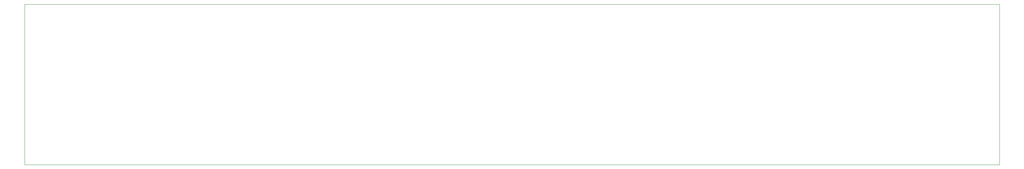
<source format=gbr>
%TF.GenerationSoftware,KiCad,Pcbnew,(6.0.5)*%
%TF.CreationDate,2022-08-06T18:20:51-04:00*%
%TF.ProjectId,effects-switcher,65666665-6374-4732-9d73-776974636865,rev?*%
%TF.SameCoordinates,Original*%
%TF.FileFunction,Profile,NP*%
%FSLAX46Y46*%
G04 Gerber Fmt 4.6, Leading zero omitted, Abs format (unit mm)*
G04 Created by KiCad (PCBNEW (6.0.5)) date 2022-08-06 18:20:51*
%MOMM*%
%LPD*%
G01*
G04 APERTURE LIST*
%TA.AperFunction,Profile*%
%ADD10C,0.100000*%
%TD*%
G04 APERTURE END LIST*
D10*
X15000Y0D02*
X249015000Y0D01*
X249015000Y0D02*
X249015000Y-41000000D01*
X249015000Y-41000000D02*
X15000Y-41000000D01*
X15000Y-41000000D02*
X15000Y0D01*
M02*

</source>
